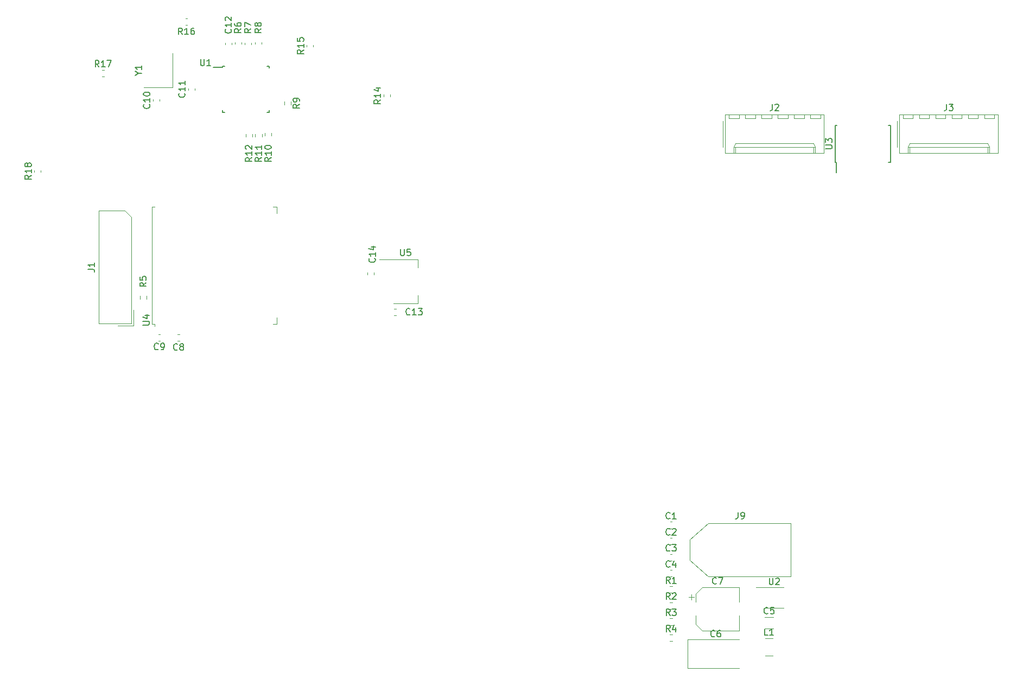
<source format=gbr>
%TF.GenerationSoftware,KiCad,Pcbnew,7.0.10-unknown-202401012134~036241c819~ubuntu22.04.1*%
%TF.CreationDate,2024-01-11T20:57:47+01:00*%
%TF.ProjectId,main_board,6d61696e-5f62-46f6-9172-642e6b696361,rev?*%
%TF.SameCoordinates,Original*%
%TF.FileFunction,Legend,Top*%
%TF.FilePolarity,Positive*%
%FSLAX46Y46*%
G04 Gerber Fmt 4.6, Leading zero omitted, Abs format (unit mm)*
G04 Created by KiCad (PCBNEW 7.0.10-unknown-202401012134~036241c819~ubuntu22.04.1) date 2024-01-11 20:57:47*
%MOMM*%
%LPD*%
G01*
G04 APERTURE LIST*
%ADD10C,0.150000*%
%ADD11C,0.120000*%
G04 APERTURE END LIST*
D10*
X205678095Y-144274819D02*
X205678095Y-145084342D01*
X205678095Y-145084342D02*
X205725714Y-145179580D01*
X205725714Y-145179580D02*
X205773333Y-145227200D01*
X205773333Y-145227200D02*
X205868571Y-145274819D01*
X205868571Y-145274819D02*
X206059047Y-145274819D01*
X206059047Y-145274819D02*
X206154285Y-145227200D01*
X206154285Y-145227200D02*
X206201904Y-145179580D01*
X206201904Y-145179580D02*
X206249523Y-145084342D01*
X206249523Y-145084342D02*
X206249523Y-144274819D01*
X206678095Y-144370057D02*
X206725714Y-144322438D01*
X206725714Y-144322438D02*
X206820952Y-144274819D01*
X206820952Y-144274819D02*
X207059047Y-144274819D01*
X207059047Y-144274819D02*
X207154285Y-144322438D01*
X207154285Y-144322438D02*
X207201904Y-144370057D01*
X207201904Y-144370057D02*
X207249523Y-144465295D01*
X207249523Y-144465295D02*
X207249523Y-144560533D01*
X207249523Y-144560533D02*
X207201904Y-144703390D01*
X207201904Y-144703390D02*
X206630476Y-145274819D01*
X206630476Y-145274819D02*
X207249523Y-145274819D01*
X190173333Y-152594819D02*
X189840000Y-152118628D01*
X189601905Y-152594819D02*
X189601905Y-151594819D01*
X189601905Y-151594819D02*
X189982857Y-151594819D01*
X189982857Y-151594819D02*
X190078095Y-151642438D01*
X190078095Y-151642438D02*
X190125714Y-151690057D01*
X190125714Y-151690057D02*
X190173333Y-151785295D01*
X190173333Y-151785295D02*
X190173333Y-151928152D01*
X190173333Y-151928152D02*
X190125714Y-152023390D01*
X190125714Y-152023390D02*
X190078095Y-152071009D01*
X190078095Y-152071009D02*
X189982857Y-152118628D01*
X189982857Y-152118628D02*
X189601905Y-152118628D01*
X191030476Y-151928152D02*
X191030476Y-152594819D01*
X190792381Y-151547200D02*
X190554286Y-152261485D01*
X190554286Y-152261485D02*
X191173333Y-152261485D01*
X190173333Y-150084819D02*
X189840000Y-149608628D01*
X189601905Y-150084819D02*
X189601905Y-149084819D01*
X189601905Y-149084819D02*
X189982857Y-149084819D01*
X189982857Y-149084819D02*
X190078095Y-149132438D01*
X190078095Y-149132438D02*
X190125714Y-149180057D01*
X190125714Y-149180057D02*
X190173333Y-149275295D01*
X190173333Y-149275295D02*
X190173333Y-149418152D01*
X190173333Y-149418152D02*
X190125714Y-149513390D01*
X190125714Y-149513390D02*
X190078095Y-149561009D01*
X190078095Y-149561009D02*
X189982857Y-149608628D01*
X189982857Y-149608628D02*
X189601905Y-149608628D01*
X190506667Y-149084819D02*
X191125714Y-149084819D01*
X191125714Y-149084819D02*
X190792381Y-149465771D01*
X190792381Y-149465771D02*
X190935238Y-149465771D01*
X190935238Y-149465771D02*
X191030476Y-149513390D01*
X191030476Y-149513390D02*
X191078095Y-149561009D01*
X191078095Y-149561009D02*
X191125714Y-149656247D01*
X191125714Y-149656247D02*
X191125714Y-149894342D01*
X191125714Y-149894342D02*
X191078095Y-149989580D01*
X191078095Y-149989580D02*
X191030476Y-150037200D01*
X191030476Y-150037200D02*
X190935238Y-150084819D01*
X190935238Y-150084819D02*
X190649524Y-150084819D01*
X190649524Y-150084819D02*
X190554286Y-150037200D01*
X190554286Y-150037200D02*
X190506667Y-149989580D01*
X190173333Y-147574819D02*
X189840000Y-147098628D01*
X189601905Y-147574819D02*
X189601905Y-146574819D01*
X189601905Y-146574819D02*
X189982857Y-146574819D01*
X189982857Y-146574819D02*
X190078095Y-146622438D01*
X190078095Y-146622438D02*
X190125714Y-146670057D01*
X190125714Y-146670057D02*
X190173333Y-146765295D01*
X190173333Y-146765295D02*
X190173333Y-146908152D01*
X190173333Y-146908152D02*
X190125714Y-147003390D01*
X190125714Y-147003390D02*
X190078095Y-147051009D01*
X190078095Y-147051009D02*
X189982857Y-147098628D01*
X189982857Y-147098628D02*
X189601905Y-147098628D01*
X190554286Y-146670057D02*
X190601905Y-146622438D01*
X190601905Y-146622438D02*
X190697143Y-146574819D01*
X190697143Y-146574819D02*
X190935238Y-146574819D01*
X190935238Y-146574819D02*
X191030476Y-146622438D01*
X191030476Y-146622438D02*
X191078095Y-146670057D01*
X191078095Y-146670057D02*
X191125714Y-146765295D01*
X191125714Y-146765295D02*
X191125714Y-146860533D01*
X191125714Y-146860533D02*
X191078095Y-147003390D01*
X191078095Y-147003390D02*
X190506667Y-147574819D01*
X190506667Y-147574819D02*
X191125714Y-147574819D01*
X190173333Y-145064819D02*
X189840000Y-144588628D01*
X189601905Y-145064819D02*
X189601905Y-144064819D01*
X189601905Y-144064819D02*
X189982857Y-144064819D01*
X189982857Y-144064819D02*
X190078095Y-144112438D01*
X190078095Y-144112438D02*
X190125714Y-144160057D01*
X190125714Y-144160057D02*
X190173333Y-144255295D01*
X190173333Y-144255295D02*
X190173333Y-144398152D01*
X190173333Y-144398152D02*
X190125714Y-144493390D01*
X190125714Y-144493390D02*
X190078095Y-144541009D01*
X190078095Y-144541009D02*
X189982857Y-144588628D01*
X189982857Y-144588628D02*
X189601905Y-144588628D01*
X191125714Y-145064819D02*
X190554286Y-145064819D01*
X190840000Y-145064819D02*
X190840000Y-144064819D01*
X190840000Y-144064819D02*
X190744762Y-144207676D01*
X190744762Y-144207676D02*
X190649524Y-144302914D01*
X190649524Y-144302914D02*
X190554286Y-144350533D01*
X205433333Y-153174819D02*
X204957143Y-153174819D01*
X204957143Y-153174819D02*
X204957143Y-152174819D01*
X206290476Y-153174819D02*
X205719048Y-153174819D01*
X206004762Y-153174819D02*
X206004762Y-152174819D01*
X206004762Y-152174819D02*
X205909524Y-152317676D01*
X205909524Y-152317676D02*
X205814286Y-152412914D01*
X205814286Y-152412914D02*
X205719048Y-152460533D01*
X200786666Y-134024819D02*
X200786666Y-134739104D01*
X200786666Y-134739104D02*
X200739047Y-134881961D01*
X200739047Y-134881961D02*
X200643809Y-134977200D01*
X200643809Y-134977200D02*
X200500952Y-135024819D01*
X200500952Y-135024819D02*
X200405714Y-135024819D01*
X201310476Y-135024819D02*
X201500952Y-135024819D01*
X201500952Y-135024819D02*
X201596190Y-134977200D01*
X201596190Y-134977200D02*
X201643809Y-134929580D01*
X201643809Y-134929580D02*
X201739047Y-134786723D01*
X201739047Y-134786723D02*
X201786666Y-134596247D01*
X201786666Y-134596247D02*
X201786666Y-134215295D01*
X201786666Y-134215295D02*
X201739047Y-134120057D01*
X201739047Y-134120057D02*
X201691428Y-134072438D01*
X201691428Y-134072438D02*
X201596190Y-134024819D01*
X201596190Y-134024819D02*
X201405714Y-134024819D01*
X201405714Y-134024819D02*
X201310476Y-134072438D01*
X201310476Y-134072438D02*
X201262857Y-134120057D01*
X201262857Y-134120057D02*
X201215238Y-134215295D01*
X201215238Y-134215295D02*
X201215238Y-134453390D01*
X201215238Y-134453390D02*
X201262857Y-134548628D01*
X201262857Y-134548628D02*
X201310476Y-134596247D01*
X201310476Y-134596247D02*
X201405714Y-134643866D01*
X201405714Y-134643866D02*
X201596190Y-134643866D01*
X201596190Y-134643866D02*
X201691428Y-134596247D01*
X201691428Y-134596247D02*
X201739047Y-134548628D01*
X201739047Y-134548628D02*
X201786666Y-134453390D01*
X197403333Y-145079580D02*
X197355714Y-145127200D01*
X197355714Y-145127200D02*
X197212857Y-145174819D01*
X197212857Y-145174819D02*
X197117619Y-145174819D01*
X197117619Y-145174819D02*
X196974762Y-145127200D01*
X196974762Y-145127200D02*
X196879524Y-145031961D01*
X196879524Y-145031961D02*
X196831905Y-144936723D01*
X196831905Y-144936723D02*
X196784286Y-144746247D01*
X196784286Y-144746247D02*
X196784286Y-144603390D01*
X196784286Y-144603390D02*
X196831905Y-144412914D01*
X196831905Y-144412914D02*
X196879524Y-144317676D01*
X196879524Y-144317676D02*
X196974762Y-144222438D01*
X196974762Y-144222438D02*
X197117619Y-144174819D01*
X197117619Y-144174819D02*
X197212857Y-144174819D01*
X197212857Y-144174819D02*
X197355714Y-144222438D01*
X197355714Y-144222438D02*
X197403333Y-144270057D01*
X197736667Y-144174819D02*
X198403333Y-144174819D01*
X198403333Y-144174819D02*
X197974762Y-145174819D01*
X197148333Y-153329580D02*
X197100714Y-153377200D01*
X197100714Y-153377200D02*
X196957857Y-153424819D01*
X196957857Y-153424819D02*
X196862619Y-153424819D01*
X196862619Y-153424819D02*
X196719762Y-153377200D01*
X196719762Y-153377200D02*
X196624524Y-153281961D01*
X196624524Y-153281961D02*
X196576905Y-153186723D01*
X196576905Y-153186723D02*
X196529286Y-152996247D01*
X196529286Y-152996247D02*
X196529286Y-152853390D01*
X196529286Y-152853390D02*
X196576905Y-152662914D01*
X196576905Y-152662914D02*
X196624524Y-152567676D01*
X196624524Y-152567676D02*
X196719762Y-152472438D01*
X196719762Y-152472438D02*
X196862619Y-152424819D01*
X196862619Y-152424819D02*
X196957857Y-152424819D01*
X196957857Y-152424819D02*
X197100714Y-152472438D01*
X197100714Y-152472438D02*
X197148333Y-152520057D01*
X198005476Y-152424819D02*
X197815000Y-152424819D01*
X197815000Y-152424819D02*
X197719762Y-152472438D01*
X197719762Y-152472438D02*
X197672143Y-152520057D01*
X197672143Y-152520057D02*
X197576905Y-152662914D01*
X197576905Y-152662914D02*
X197529286Y-152853390D01*
X197529286Y-152853390D02*
X197529286Y-153234342D01*
X197529286Y-153234342D02*
X197576905Y-153329580D01*
X197576905Y-153329580D02*
X197624524Y-153377200D01*
X197624524Y-153377200D02*
X197719762Y-153424819D01*
X197719762Y-153424819D02*
X197910238Y-153424819D01*
X197910238Y-153424819D02*
X198005476Y-153377200D01*
X198005476Y-153377200D02*
X198053095Y-153329580D01*
X198053095Y-153329580D02*
X198100714Y-153234342D01*
X198100714Y-153234342D02*
X198100714Y-152996247D01*
X198100714Y-152996247D02*
X198053095Y-152901009D01*
X198053095Y-152901009D02*
X198005476Y-152853390D01*
X198005476Y-152853390D02*
X197910238Y-152805771D01*
X197910238Y-152805771D02*
X197719762Y-152805771D01*
X197719762Y-152805771D02*
X197624524Y-152853390D01*
X197624524Y-152853390D02*
X197576905Y-152901009D01*
X197576905Y-152901009D02*
X197529286Y-152996247D01*
X205453333Y-149729580D02*
X205405714Y-149777200D01*
X205405714Y-149777200D02*
X205262857Y-149824819D01*
X205262857Y-149824819D02*
X205167619Y-149824819D01*
X205167619Y-149824819D02*
X205024762Y-149777200D01*
X205024762Y-149777200D02*
X204929524Y-149681961D01*
X204929524Y-149681961D02*
X204881905Y-149586723D01*
X204881905Y-149586723D02*
X204834286Y-149396247D01*
X204834286Y-149396247D02*
X204834286Y-149253390D01*
X204834286Y-149253390D02*
X204881905Y-149062914D01*
X204881905Y-149062914D02*
X204929524Y-148967676D01*
X204929524Y-148967676D02*
X205024762Y-148872438D01*
X205024762Y-148872438D02*
X205167619Y-148824819D01*
X205167619Y-148824819D02*
X205262857Y-148824819D01*
X205262857Y-148824819D02*
X205405714Y-148872438D01*
X205405714Y-148872438D02*
X205453333Y-148920057D01*
X206358095Y-148824819D02*
X205881905Y-148824819D01*
X205881905Y-148824819D02*
X205834286Y-149301009D01*
X205834286Y-149301009D02*
X205881905Y-149253390D01*
X205881905Y-149253390D02*
X205977143Y-149205771D01*
X205977143Y-149205771D02*
X206215238Y-149205771D01*
X206215238Y-149205771D02*
X206310476Y-149253390D01*
X206310476Y-149253390D02*
X206358095Y-149301009D01*
X206358095Y-149301009D02*
X206405714Y-149396247D01*
X206405714Y-149396247D02*
X206405714Y-149634342D01*
X206405714Y-149634342D02*
X206358095Y-149729580D01*
X206358095Y-149729580D02*
X206310476Y-149777200D01*
X206310476Y-149777200D02*
X206215238Y-149824819D01*
X206215238Y-149824819D02*
X205977143Y-149824819D01*
X205977143Y-149824819D02*
X205881905Y-149777200D01*
X205881905Y-149777200D02*
X205834286Y-149729580D01*
X190173333Y-142459580D02*
X190125714Y-142507200D01*
X190125714Y-142507200D02*
X189982857Y-142554819D01*
X189982857Y-142554819D02*
X189887619Y-142554819D01*
X189887619Y-142554819D02*
X189744762Y-142507200D01*
X189744762Y-142507200D02*
X189649524Y-142411961D01*
X189649524Y-142411961D02*
X189601905Y-142316723D01*
X189601905Y-142316723D02*
X189554286Y-142126247D01*
X189554286Y-142126247D02*
X189554286Y-141983390D01*
X189554286Y-141983390D02*
X189601905Y-141792914D01*
X189601905Y-141792914D02*
X189649524Y-141697676D01*
X189649524Y-141697676D02*
X189744762Y-141602438D01*
X189744762Y-141602438D02*
X189887619Y-141554819D01*
X189887619Y-141554819D02*
X189982857Y-141554819D01*
X189982857Y-141554819D02*
X190125714Y-141602438D01*
X190125714Y-141602438D02*
X190173333Y-141650057D01*
X191030476Y-141888152D02*
X191030476Y-142554819D01*
X190792381Y-141507200D02*
X190554286Y-142221485D01*
X190554286Y-142221485D02*
X191173333Y-142221485D01*
X190173333Y-139949580D02*
X190125714Y-139997200D01*
X190125714Y-139997200D02*
X189982857Y-140044819D01*
X189982857Y-140044819D02*
X189887619Y-140044819D01*
X189887619Y-140044819D02*
X189744762Y-139997200D01*
X189744762Y-139997200D02*
X189649524Y-139901961D01*
X189649524Y-139901961D02*
X189601905Y-139806723D01*
X189601905Y-139806723D02*
X189554286Y-139616247D01*
X189554286Y-139616247D02*
X189554286Y-139473390D01*
X189554286Y-139473390D02*
X189601905Y-139282914D01*
X189601905Y-139282914D02*
X189649524Y-139187676D01*
X189649524Y-139187676D02*
X189744762Y-139092438D01*
X189744762Y-139092438D02*
X189887619Y-139044819D01*
X189887619Y-139044819D02*
X189982857Y-139044819D01*
X189982857Y-139044819D02*
X190125714Y-139092438D01*
X190125714Y-139092438D02*
X190173333Y-139140057D01*
X190506667Y-139044819D02*
X191125714Y-139044819D01*
X191125714Y-139044819D02*
X190792381Y-139425771D01*
X190792381Y-139425771D02*
X190935238Y-139425771D01*
X190935238Y-139425771D02*
X191030476Y-139473390D01*
X191030476Y-139473390D02*
X191078095Y-139521009D01*
X191078095Y-139521009D02*
X191125714Y-139616247D01*
X191125714Y-139616247D02*
X191125714Y-139854342D01*
X191125714Y-139854342D02*
X191078095Y-139949580D01*
X191078095Y-139949580D02*
X191030476Y-139997200D01*
X191030476Y-139997200D02*
X190935238Y-140044819D01*
X190935238Y-140044819D02*
X190649524Y-140044819D01*
X190649524Y-140044819D02*
X190554286Y-139997200D01*
X190554286Y-139997200D02*
X190506667Y-139949580D01*
X190173333Y-137439580D02*
X190125714Y-137487200D01*
X190125714Y-137487200D02*
X189982857Y-137534819D01*
X189982857Y-137534819D02*
X189887619Y-137534819D01*
X189887619Y-137534819D02*
X189744762Y-137487200D01*
X189744762Y-137487200D02*
X189649524Y-137391961D01*
X189649524Y-137391961D02*
X189601905Y-137296723D01*
X189601905Y-137296723D02*
X189554286Y-137106247D01*
X189554286Y-137106247D02*
X189554286Y-136963390D01*
X189554286Y-136963390D02*
X189601905Y-136772914D01*
X189601905Y-136772914D02*
X189649524Y-136677676D01*
X189649524Y-136677676D02*
X189744762Y-136582438D01*
X189744762Y-136582438D02*
X189887619Y-136534819D01*
X189887619Y-136534819D02*
X189982857Y-136534819D01*
X189982857Y-136534819D02*
X190125714Y-136582438D01*
X190125714Y-136582438D02*
X190173333Y-136630057D01*
X190554286Y-136630057D02*
X190601905Y-136582438D01*
X190601905Y-136582438D02*
X190697143Y-136534819D01*
X190697143Y-136534819D02*
X190935238Y-136534819D01*
X190935238Y-136534819D02*
X191030476Y-136582438D01*
X191030476Y-136582438D02*
X191078095Y-136630057D01*
X191078095Y-136630057D02*
X191125714Y-136725295D01*
X191125714Y-136725295D02*
X191125714Y-136820533D01*
X191125714Y-136820533D02*
X191078095Y-136963390D01*
X191078095Y-136963390D02*
X190506667Y-137534819D01*
X190506667Y-137534819D02*
X191125714Y-137534819D01*
X190173333Y-134929580D02*
X190125714Y-134977200D01*
X190125714Y-134977200D02*
X189982857Y-135024819D01*
X189982857Y-135024819D02*
X189887619Y-135024819D01*
X189887619Y-135024819D02*
X189744762Y-134977200D01*
X189744762Y-134977200D02*
X189649524Y-134881961D01*
X189649524Y-134881961D02*
X189601905Y-134786723D01*
X189601905Y-134786723D02*
X189554286Y-134596247D01*
X189554286Y-134596247D02*
X189554286Y-134453390D01*
X189554286Y-134453390D02*
X189601905Y-134262914D01*
X189601905Y-134262914D02*
X189649524Y-134167676D01*
X189649524Y-134167676D02*
X189744762Y-134072438D01*
X189744762Y-134072438D02*
X189887619Y-134024819D01*
X189887619Y-134024819D02*
X189982857Y-134024819D01*
X189982857Y-134024819D02*
X190125714Y-134072438D01*
X190125714Y-134072438D02*
X190173333Y-134120057D01*
X191125714Y-135024819D02*
X190554286Y-135024819D01*
X190840000Y-135024819D02*
X190840000Y-134024819D01*
X190840000Y-134024819D02*
X190744762Y-134167676D01*
X190744762Y-134167676D02*
X190649524Y-134262914D01*
X190649524Y-134262914D02*
X190554286Y-134310533D01*
X108454819Y-98166666D02*
X107978628Y-98499999D01*
X108454819Y-98738094D02*
X107454819Y-98738094D01*
X107454819Y-98738094D02*
X107454819Y-98357142D01*
X107454819Y-98357142D02*
X107502438Y-98261904D01*
X107502438Y-98261904D02*
X107550057Y-98214285D01*
X107550057Y-98214285D02*
X107645295Y-98166666D01*
X107645295Y-98166666D02*
X107788152Y-98166666D01*
X107788152Y-98166666D02*
X107883390Y-98214285D01*
X107883390Y-98214285D02*
X107931009Y-98261904D01*
X107931009Y-98261904D02*
X107978628Y-98357142D01*
X107978628Y-98357142D02*
X107978628Y-98738094D01*
X107454819Y-97261904D02*
X107454819Y-97738094D01*
X107454819Y-97738094D02*
X107931009Y-97785713D01*
X107931009Y-97785713D02*
X107883390Y-97738094D01*
X107883390Y-97738094D02*
X107835771Y-97642856D01*
X107835771Y-97642856D02*
X107835771Y-97404761D01*
X107835771Y-97404761D02*
X107883390Y-97309523D01*
X107883390Y-97309523D02*
X107931009Y-97261904D01*
X107931009Y-97261904D02*
X108026247Y-97214285D01*
X108026247Y-97214285D02*
X108264342Y-97214285D01*
X108264342Y-97214285D02*
X108359580Y-97261904D01*
X108359580Y-97261904D02*
X108407200Y-97309523D01*
X108407200Y-97309523D02*
X108454819Y-97404761D01*
X108454819Y-97404761D02*
X108454819Y-97642856D01*
X108454819Y-97642856D02*
X108407200Y-97738094D01*
X108407200Y-97738094D02*
X108359580Y-97785713D01*
X107954819Y-104761904D02*
X108764342Y-104761904D01*
X108764342Y-104761904D02*
X108859580Y-104714285D01*
X108859580Y-104714285D02*
X108907200Y-104666666D01*
X108907200Y-104666666D02*
X108954819Y-104571428D01*
X108954819Y-104571428D02*
X108954819Y-104380952D01*
X108954819Y-104380952D02*
X108907200Y-104285714D01*
X108907200Y-104285714D02*
X108859580Y-104238095D01*
X108859580Y-104238095D02*
X108764342Y-104190476D01*
X108764342Y-104190476D02*
X107954819Y-104190476D01*
X108288152Y-103285714D02*
X108954819Y-103285714D01*
X107907200Y-103523809D02*
X108621485Y-103761904D01*
X108621485Y-103761904D02*
X108621485Y-103142857D01*
X113333333Y-108609580D02*
X113285714Y-108657200D01*
X113285714Y-108657200D02*
X113142857Y-108704819D01*
X113142857Y-108704819D02*
X113047619Y-108704819D01*
X113047619Y-108704819D02*
X112904762Y-108657200D01*
X112904762Y-108657200D02*
X112809524Y-108561961D01*
X112809524Y-108561961D02*
X112761905Y-108466723D01*
X112761905Y-108466723D02*
X112714286Y-108276247D01*
X112714286Y-108276247D02*
X112714286Y-108133390D01*
X112714286Y-108133390D02*
X112761905Y-107942914D01*
X112761905Y-107942914D02*
X112809524Y-107847676D01*
X112809524Y-107847676D02*
X112904762Y-107752438D01*
X112904762Y-107752438D02*
X113047619Y-107704819D01*
X113047619Y-107704819D02*
X113142857Y-107704819D01*
X113142857Y-107704819D02*
X113285714Y-107752438D01*
X113285714Y-107752438D02*
X113333333Y-107800057D01*
X113904762Y-108133390D02*
X113809524Y-108085771D01*
X113809524Y-108085771D02*
X113761905Y-108038152D01*
X113761905Y-108038152D02*
X113714286Y-107942914D01*
X113714286Y-107942914D02*
X113714286Y-107895295D01*
X113714286Y-107895295D02*
X113761905Y-107800057D01*
X113761905Y-107800057D02*
X113809524Y-107752438D01*
X113809524Y-107752438D02*
X113904762Y-107704819D01*
X113904762Y-107704819D02*
X114095238Y-107704819D01*
X114095238Y-107704819D02*
X114190476Y-107752438D01*
X114190476Y-107752438D02*
X114238095Y-107800057D01*
X114238095Y-107800057D02*
X114285714Y-107895295D01*
X114285714Y-107895295D02*
X114285714Y-107942914D01*
X114285714Y-107942914D02*
X114238095Y-108038152D01*
X114238095Y-108038152D02*
X114190476Y-108085771D01*
X114190476Y-108085771D02*
X114095238Y-108133390D01*
X114095238Y-108133390D02*
X113904762Y-108133390D01*
X113904762Y-108133390D02*
X113809524Y-108181009D01*
X113809524Y-108181009D02*
X113761905Y-108228628D01*
X113761905Y-108228628D02*
X113714286Y-108323866D01*
X113714286Y-108323866D02*
X113714286Y-108514342D01*
X113714286Y-108514342D02*
X113761905Y-108609580D01*
X113761905Y-108609580D02*
X113809524Y-108657200D01*
X113809524Y-108657200D02*
X113904762Y-108704819D01*
X113904762Y-108704819D02*
X114095238Y-108704819D01*
X114095238Y-108704819D02*
X114190476Y-108657200D01*
X114190476Y-108657200D02*
X114238095Y-108609580D01*
X114238095Y-108609580D02*
X114285714Y-108514342D01*
X114285714Y-108514342D02*
X114285714Y-108323866D01*
X114285714Y-108323866D02*
X114238095Y-108228628D01*
X114238095Y-108228628D02*
X114190476Y-108181009D01*
X114190476Y-108181009D02*
X114095238Y-108133390D01*
X99404819Y-96083333D02*
X100119104Y-96083333D01*
X100119104Y-96083333D02*
X100261961Y-96130952D01*
X100261961Y-96130952D02*
X100357200Y-96226190D01*
X100357200Y-96226190D02*
X100404819Y-96369047D01*
X100404819Y-96369047D02*
X100404819Y-96464285D01*
X100404819Y-95083333D02*
X100404819Y-95654761D01*
X100404819Y-95369047D02*
X99404819Y-95369047D01*
X99404819Y-95369047D02*
X99547676Y-95464285D01*
X99547676Y-95464285D02*
X99642914Y-95559523D01*
X99642914Y-95559523D02*
X99690533Y-95654761D01*
X110333333Y-108539580D02*
X110285714Y-108587200D01*
X110285714Y-108587200D02*
X110142857Y-108634819D01*
X110142857Y-108634819D02*
X110047619Y-108634819D01*
X110047619Y-108634819D02*
X109904762Y-108587200D01*
X109904762Y-108587200D02*
X109809524Y-108491961D01*
X109809524Y-108491961D02*
X109761905Y-108396723D01*
X109761905Y-108396723D02*
X109714286Y-108206247D01*
X109714286Y-108206247D02*
X109714286Y-108063390D01*
X109714286Y-108063390D02*
X109761905Y-107872914D01*
X109761905Y-107872914D02*
X109809524Y-107777676D01*
X109809524Y-107777676D02*
X109904762Y-107682438D01*
X109904762Y-107682438D02*
X110047619Y-107634819D01*
X110047619Y-107634819D02*
X110142857Y-107634819D01*
X110142857Y-107634819D02*
X110285714Y-107682438D01*
X110285714Y-107682438D02*
X110333333Y-107730057D01*
X110809524Y-108634819D02*
X111000000Y-108634819D01*
X111000000Y-108634819D02*
X111095238Y-108587200D01*
X111095238Y-108587200D02*
X111142857Y-108539580D01*
X111142857Y-108539580D02*
X111238095Y-108396723D01*
X111238095Y-108396723D02*
X111285714Y-108206247D01*
X111285714Y-108206247D02*
X111285714Y-107825295D01*
X111285714Y-107825295D02*
X111238095Y-107730057D01*
X111238095Y-107730057D02*
X111190476Y-107682438D01*
X111190476Y-107682438D02*
X111095238Y-107634819D01*
X111095238Y-107634819D02*
X110904762Y-107634819D01*
X110904762Y-107634819D02*
X110809524Y-107682438D01*
X110809524Y-107682438D02*
X110761905Y-107730057D01*
X110761905Y-107730057D02*
X110714286Y-107825295D01*
X110714286Y-107825295D02*
X110714286Y-108063390D01*
X110714286Y-108063390D02*
X110761905Y-108158628D01*
X110761905Y-108158628D02*
X110809524Y-108206247D01*
X110809524Y-108206247D02*
X110904762Y-108253866D01*
X110904762Y-108253866D02*
X111095238Y-108253866D01*
X111095238Y-108253866D02*
X111190476Y-108206247D01*
X111190476Y-108206247D02*
X111238095Y-108158628D01*
X111238095Y-108158628D02*
X111285714Y-108063390D01*
X149607142Y-103109580D02*
X149559523Y-103157200D01*
X149559523Y-103157200D02*
X149416666Y-103204819D01*
X149416666Y-103204819D02*
X149321428Y-103204819D01*
X149321428Y-103204819D02*
X149178571Y-103157200D01*
X149178571Y-103157200D02*
X149083333Y-103061961D01*
X149083333Y-103061961D02*
X149035714Y-102966723D01*
X149035714Y-102966723D02*
X148988095Y-102776247D01*
X148988095Y-102776247D02*
X148988095Y-102633390D01*
X148988095Y-102633390D02*
X149035714Y-102442914D01*
X149035714Y-102442914D02*
X149083333Y-102347676D01*
X149083333Y-102347676D02*
X149178571Y-102252438D01*
X149178571Y-102252438D02*
X149321428Y-102204819D01*
X149321428Y-102204819D02*
X149416666Y-102204819D01*
X149416666Y-102204819D02*
X149559523Y-102252438D01*
X149559523Y-102252438D02*
X149607142Y-102300057D01*
X150559523Y-103204819D02*
X149988095Y-103204819D01*
X150273809Y-103204819D02*
X150273809Y-102204819D01*
X150273809Y-102204819D02*
X150178571Y-102347676D01*
X150178571Y-102347676D02*
X150083333Y-102442914D01*
X150083333Y-102442914D02*
X149988095Y-102490533D01*
X150892857Y-102204819D02*
X151511904Y-102204819D01*
X151511904Y-102204819D02*
X151178571Y-102585771D01*
X151178571Y-102585771D02*
X151321428Y-102585771D01*
X151321428Y-102585771D02*
X151416666Y-102633390D01*
X151416666Y-102633390D02*
X151464285Y-102681009D01*
X151464285Y-102681009D02*
X151511904Y-102776247D01*
X151511904Y-102776247D02*
X151511904Y-103014342D01*
X151511904Y-103014342D02*
X151464285Y-103109580D01*
X151464285Y-103109580D02*
X151416666Y-103157200D01*
X151416666Y-103157200D02*
X151321428Y-103204819D01*
X151321428Y-103204819D02*
X151035714Y-103204819D01*
X151035714Y-103204819D02*
X150940476Y-103157200D01*
X150940476Y-103157200D02*
X150892857Y-103109580D01*
X144109580Y-94392857D02*
X144157200Y-94440476D01*
X144157200Y-94440476D02*
X144204819Y-94583333D01*
X144204819Y-94583333D02*
X144204819Y-94678571D01*
X144204819Y-94678571D02*
X144157200Y-94821428D01*
X144157200Y-94821428D02*
X144061961Y-94916666D01*
X144061961Y-94916666D02*
X143966723Y-94964285D01*
X143966723Y-94964285D02*
X143776247Y-95011904D01*
X143776247Y-95011904D02*
X143633390Y-95011904D01*
X143633390Y-95011904D02*
X143442914Y-94964285D01*
X143442914Y-94964285D02*
X143347676Y-94916666D01*
X143347676Y-94916666D02*
X143252438Y-94821428D01*
X143252438Y-94821428D02*
X143204819Y-94678571D01*
X143204819Y-94678571D02*
X143204819Y-94583333D01*
X143204819Y-94583333D02*
X143252438Y-94440476D01*
X143252438Y-94440476D02*
X143300057Y-94392857D01*
X144204819Y-93440476D02*
X144204819Y-94011904D01*
X144204819Y-93726190D02*
X143204819Y-93726190D01*
X143204819Y-93726190D02*
X143347676Y-93821428D01*
X143347676Y-93821428D02*
X143442914Y-93916666D01*
X143442914Y-93916666D02*
X143490533Y-94011904D01*
X143538152Y-92583333D02*
X144204819Y-92583333D01*
X143157200Y-92821428D02*
X143871485Y-93059523D01*
X143871485Y-93059523D02*
X143871485Y-92440476D01*
X148138095Y-92954819D02*
X148138095Y-93764342D01*
X148138095Y-93764342D02*
X148185714Y-93859580D01*
X148185714Y-93859580D02*
X148233333Y-93907200D01*
X148233333Y-93907200D02*
X148328571Y-93954819D01*
X148328571Y-93954819D02*
X148519047Y-93954819D01*
X148519047Y-93954819D02*
X148614285Y-93907200D01*
X148614285Y-93907200D02*
X148661904Y-93859580D01*
X148661904Y-93859580D02*
X148709523Y-93764342D01*
X148709523Y-93764342D02*
X148709523Y-92954819D01*
X149661904Y-92954819D02*
X149185714Y-92954819D01*
X149185714Y-92954819D02*
X149138095Y-93431009D01*
X149138095Y-93431009D02*
X149185714Y-93383390D01*
X149185714Y-93383390D02*
X149280952Y-93335771D01*
X149280952Y-93335771D02*
X149519047Y-93335771D01*
X149519047Y-93335771D02*
X149614285Y-93383390D01*
X149614285Y-93383390D02*
X149661904Y-93431009D01*
X149661904Y-93431009D02*
X149709523Y-93526247D01*
X149709523Y-93526247D02*
X149709523Y-93764342D01*
X149709523Y-93764342D02*
X149661904Y-93859580D01*
X149661904Y-93859580D02*
X149614285Y-93907200D01*
X149614285Y-93907200D02*
X149519047Y-93954819D01*
X149519047Y-93954819D02*
X149280952Y-93954819D01*
X149280952Y-93954819D02*
X149185714Y-93907200D01*
X149185714Y-93907200D02*
X149138095Y-93859580D01*
X90524819Y-81417857D02*
X90048628Y-81751190D01*
X90524819Y-81989285D02*
X89524819Y-81989285D01*
X89524819Y-81989285D02*
X89524819Y-81608333D01*
X89524819Y-81608333D02*
X89572438Y-81513095D01*
X89572438Y-81513095D02*
X89620057Y-81465476D01*
X89620057Y-81465476D02*
X89715295Y-81417857D01*
X89715295Y-81417857D02*
X89858152Y-81417857D01*
X89858152Y-81417857D02*
X89953390Y-81465476D01*
X89953390Y-81465476D02*
X90001009Y-81513095D01*
X90001009Y-81513095D02*
X90048628Y-81608333D01*
X90048628Y-81608333D02*
X90048628Y-81989285D01*
X90524819Y-80465476D02*
X90524819Y-81036904D01*
X90524819Y-80751190D02*
X89524819Y-80751190D01*
X89524819Y-80751190D02*
X89667676Y-80846428D01*
X89667676Y-80846428D02*
X89762914Y-80941666D01*
X89762914Y-80941666D02*
X89810533Y-81036904D01*
X89953390Y-79894047D02*
X89905771Y-79989285D01*
X89905771Y-79989285D02*
X89858152Y-80036904D01*
X89858152Y-80036904D02*
X89762914Y-80084523D01*
X89762914Y-80084523D02*
X89715295Y-80084523D01*
X89715295Y-80084523D02*
X89620057Y-80036904D01*
X89620057Y-80036904D02*
X89572438Y-79989285D01*
X89572438Y-79989285D02*
X89524819Y-79894047D01*
X89524819Y-79894047D02*
X89524819Y-79703571D01*
X89524819Y-79703571D02*
X89572438Y-79608333D01*
X89572438Y-79608333D02*
X89620057Y-79560714D01*
X89620057Y-79560714D02*
X89715295Y-79513095D01*
X89715295Y-79513095D02*
X89762914Y-79513095D01*
X89762914Y-79513095D02*
X89858152Y-79560714D01*
X89858152Y-79560714D02*
X89905771Y-79608333D01*
X89905771Y-79608333D02*
X89953390Y-79703571D01*
X89953390Y-79703571D02*
X89953390Y-79894047D01*
X89953390Y-79894047D02*
X90001009Y-79989285D01*
X90001009Y-79989285D02*
X90048628Y-80036904D01*
X90048628Y-80036904D02*
X90143866Y-80084523D01*
X90143866Y-80084523D02*
X90334342Y-80084523D01*
X90334342Y-80084523D02*
X90429580Y-80036904D01*
X90429580Y-80036904D02*
X90477200Y-79989285D01*
X90477200Y-79989285D02*
X90524819Y-79894047D01*
X90524819Y-79894047D02*
X90524819Y-79703571D01*
X90524819Y-79703571D02*
X90477200Y-79608333D01*
X90477200Y-79608333D02*
X90429580Y-79560714D01*
X90429580Y-79560714D02*
X90334342Y-79513095D01*
X90334342Y-79513095D02*
X90143866Y-79513095D01*
X90143866Y-79513095D02*
X90048628Y-79560714D01*
X90048628Y-79560714D02*
X90001009Y-79608333D01*
X90001009Y-79608333D02*
X89953390Y-79703571D01*
X123254819Y-58566666D02*
X122778628Y-58899999D01*
X123254819Y-59138094D02*
X122254819Y-59138094D01*
X122254819Y-59138094D02*
X122254819Y-58757142D01*
X122254819Y-58757142D02*
X122302438Y-58661904D01*
X122302438Y-58661904D02*
X122350057Y-58614285D01*
X122350057Y-58614285D02*
X122445295Y-58566666D01*
X122445295Y-58566666D02*
X122588152Y-58566666D01*
X122588152Y-58566666D02*
X122683390Y-58614285D01*
X122683390Y-58614285D02*
X122731009Y-58661904D01*
X122731009Y-58661904D02*
X122778628Y-58757142D01*
X122778628Y-58757142D02*
X122778628Y-59138094D01*
X122254819Y-57709523D02*
X122254819Y-57899999D01*
X122254819Y-57899999D02*
X122302438Y-57995237D01*
X122302438Y-57995237D02*
X122350057Y-58042856D01*
X122350057Y-58042856D02*
X122492914Y-58138094D01*
X122492914Y-58138094D02*
X122683390Y-58185713D01*
X122683390Y-58185713D02*
X123064342Y-58185713D01*
X123064342Y-58185713D02*
X123159580Y-58138094D01*
X123159580Y-58138094D02*
X123207200Y-58090475D01*
X123207200Y-58090475D02*
X123254819Y-57995237D01*
X123254819Y-57995237D02*
X123254819Y-57804761D01*
X123254819Y-57804761D02*
X123207200Y-57709523D01*
X123207200Y-57709523D02*
X123159580Y-57661904D01*
X123159580Y-57661904D02*
X123064342Y-57614285D01*
X123064342Y-57614285D02*
X122826247Y-57614285D01*
X122826247Y-57614285D02*
X122731009Y-57661904D01*
X122731009Y-57661904D02*
X122683390Y-57709523D01*
X122683390Y-57709523D02*
X122635771Y-57804761D01*
X122635771Y-57804761D02*
X122635771Y-57995237D01*
X122635771Y-57995237D02*
X122683390Y-58090475D01*
X122683390Y-58090475D02*
X122731009Y-58138094D01*
X122731009Y-58138094D02*
X122826247Y-58185713D01*
X116938095Y-63304819D02*
X116938095Y-64114342D01*
X116938095Y-64114342D02*
X116985714Y-64209580D01*
X116985714Y-64209580D02*
X117033333Y-64257200D01*
X117033333Y-64257200D02*
X117128571Y-64304819D01*
X117128571Y-64304819D02*
X117319047Y-64304819D01*
X117319047Y-64304819D02*
X117414285Y-64257200D01*
X117414285Y-64257200D02*
X117461904Y-64209580D01*
X117461904Y-64209580D02*
X117509523Y-64114342D01*
X117509523Y-64114342D02*
X117509523Y-63304819D01*
X118509523Y-64304819D02*
X117938095Y-64304819D01*
X118223809Y-64304819D02*
X118223809Y-63304819D01*
X118223809Y-63304819D02*
X118128571Y-63447676D01*
X118128571Y-63447676D02*
X118033333Y-63542914D01*
X118033333Y-63542914D02*
X117938095Y-63590533D01*
X126454819Y-78667857D02*
X125978628Y-79001190D01*
X126454819Y-79239285D02*
X125454819Y-79239285D01*
X125454819Y-79239285D02*
X125454819Y-78858333D01*
X125454819Y-78858333D02*
X125502438Y-78763095D01*
X125502438Y-78763095D02*
X125550057Y-78715476D01*
X125550057Y-78715476D02*
X125645295Y-78667857D01*
X125645295Y-78667857D02*
X125788152Y-78667857D01*
X125788152Y-78667857D02*
X125883390Y-78715476D01*
X125883390Y-78715476D02*
X125931009Y-78763095D01*
X125931009Y-78763095D02*
X125978628Y-78858333D01*
X125978628Y-78858333D02*
X125978628Y-79239285D01*
X126454819Y-77715476D02*
X126454819Y-78286904D01*
X126454819Y-78001190D02*
X125454819Y-78001190D01*
X125454819Y-78001190D02*
X125597676Y-78096428D01*
X125597676Y-78096428D02*
X125692914Y-78191666D01*
X125692914Y-78191666D02*
X125740533Y-78286904D01*
X126454819Y-76763095D02*
X126454819Y-77334523D01*
X126454819Y-77048809D02*
X125454819Y-77048809D01*
X125454819Y-77048809D02*
X125597676Y-77144047D01*
X125597676Y-77144047D02*
X125692914Y-77239285D01*
X125692914Y-77239285D02*
X125740533Y-77334523D01*
X108929580Y-70367857D02*
X108977200Y-70415476D01*
X108977200Y-70415476D02*
X109024819Y-70558333D01*
X109024819Y-70558333D02*
X109024819Y-70653571D01*
X109024819Y-70653571D02*
X108977200Y-70796428D01*
X108977200Y-70796428D02*
X108881961Y-70891666D01*
X108881961Y-70891666D02*
X108786723Y-70939285D01*
X108786723Y-70939285D02*
X108596247Y-70986904D01*
X108596247Y-70986904D02*
X108453390Y-70986904D01*
X108453390Y-70986904D02*
X108262914Y-70939285D01*
X108262914Y-70939285D02*
X108167676Y-70891666D01*
X108167676Y-70891666D02*
X108072438Y-70796428D01*
X108072438Y-70796428D02*
X108024819Y-70653571D01*
X108024819Y-70653571D02*
X108024819Y-70558333D01*
X108024819Y-70558333D02*
X108072438Y-70415476D01*
X108072438Y-70415476D02*
X108120057Y-70367857D01*
X109024819Y-69415476D02*
X109024819Y-69986904D01*
X109024819Y-69701190D02*
X108024819Y-69701190D01*
X108024819Y-69701190D02*
X108167676Y-69796428D01*
X108167676Y-69796428D02*
X108262914Y-69891666D01*
X108262914Y-69891666D02*
X108310533Y-69986904D01*
X108024819Y-68796428D02*
X108024819Y-68701190D01*
X108024819Y-68701190D02*
X108072438Y-68605952D01*
X108072438Y-68605952D02*
X108120057Y-68558333D01*
X108120057Y-68558333D02*
X108215295Y-68510714D01*
X108215295Y-68510714D02*
X108405771Y-68463095D01*
X108405771Y-68463095D02*
X108643866Y-68463095D01*
X108643866Y-68463095D02*
X108834342Y-68510714D01*
X108834342Y-68510714D02*
X108929580Y-68558333D01*
X108929580Y-68558333D02*
X108977200Y-68605952D01*
X108977200Y-68605952D02*
X109024819Y-68701190D01*
X109024819Y-68701190D02*
X109024819Y-68796428D01*
X109024819Y-68796428D02*
X108977200Y-68891666D01*
X108977200Y-68891666D02*
X108929580Y-68939285D01*
X108929580Y-68939285D02*
X108834342Y-68986904D01*
X108834342Y-68986904D02*
X108643866Y-69034523D01*
X108643866Y-69034523D02*
X108405771Y-69034523D01*
X108405771Y-69034523D02*
X108215295Y-68986904D01*
X108215295Y-68986904D02*
X108120057Y-68939285D01*
X108120057Y-68939285D02*
X108072438Y-68891666D01*
X108072438Y-68891666D02*
X108024819Y-68796428D01*
X124804819Y-58566666D02*
X124328628Y-58899999D01*
X124804819Y-59138094D02*
X123804819Y-59138094D01*
X123804819Y-59138094D02*
X123804819Y-58757142D01*
X123804819Y-58757142D02*
X123852438Y-58661904D01*
X123852438Y-58661904D02*
X123900057Y-58614285D01*
X123900057Y-58614285D02*
X123995295Y-58566666D01*
X123995295Y-58566666D02*
X124138152Y-58566666D01*
X124138152Y-58566666D02*
X124233390Y-58614285D01*
X124233390Y-58614285D02*
X124281009Y-58661904D01*
X124281009Y-58661904D02*
X124328628Y-58757142D01*
X124328628Y-58757142D02*
X124328628Y-59138094D01*
X123804819Y-58233332D02*
X123804819Y-57566666D01*
X123804819Y-57566666D02*
X124804819Y-57995237D01*
X124954819Y-78667857D02*
X124478628Y-79001190D01*
X124954819Y-79239285D02*
X123954819Y-79239285D01*
X123954819Y-79239285D02*
X123954819Y-78858333D01*
X123954819Y-78858333D02*
X124002438Y-78763095D01*
X124002438Y-78763095D02*
X124050057Y-78715476D01*
X124050057Y-78715476D02*
X124145295Y-78667857D01*
X124145295Y-78667857D02*
X124288152Y-78667857D01*
X124288152Y-78667857D02*
X124383390Y-78715476D01*
X124383390Y-78715476D02*
X124431009Y-78763095D01*
X124431009Y-78763095D02*
X124478628Y-78858333D01*
X124478628Y-78858333D02*
X124478628Y-79239285D01*
X124954819Y-77715476D02*
X124954819Y-78286904D01*
X124954819Y-78001190D02*
X123954819Y-78001190D01*
X123954819Y-78001190D02*
X124097676Y-78096428D01*
X124097676Y-78096428D02*
X124192914Y-78191666D01*
X124192914Y-78191666D02*
X124240533Y-78286904D01*
X124050057Y-77334523D02*
X124002438Y-77286904D01*
X124002438Y-77286904D02*
X123954819Y-77191666D01*
X123954819Y-77191666D02*
X123954819Y-76953571D01*
X123954819Y-76953571D02*
X124002438Y-76858333D01*
X124002438Y-76858333D02*
X124050057Y-76810714D01*
X124050057Y-76810714D02*
X124145295Y-76763095D01*
X124145295Y-76763095D02*
X124240533Y-76763095D01*
X124240533Y-76763095D02*
X124383390Y-76810714D01*
X124383390Y-76810714D02*
X124954819Y-77382142D01*
X124954819Y-77382142D02*
X124954819Y-76763095D01*
X121659580Y-58617857D02*
X121707200Y-58665476D01*
X121707200Y-58665476D02*
X121754819Y-58808333D01*
X121754819Y-58808333D02*
X121754819Y-58903571D01*
X121754819Y-58903571D02*
X121707200Y-59046428D01*
X121707200Y-59046428D02*
X121611961Y-59141666D01*
X121611961Y-59141666D02*
X121516723Y-59189285D01*
X121516723Y-59189285D02*
X121326247Y-59236904D01*
X121326247Y-59236904D02*
X121183390Y-59236904D01*
X121183390Y-59236904D02*
X120992914Y-59189285D01*
X120992914Y-59189285D02*
X120897676Y-59141666D01*
X120897676Y-59141666D02*
X120802438Y-59046428D01*
X120802438Y-59046428D02*
X120754819Y-58903571D01*
X120754819Y-58903571D02*
X120754819Y-58808333D01*
X120754819Y-58808333D02*
X120802438Y-58665476D01*
X120802438Y-58665476D02*
X120850057Y-58617857D01*
X121754819Y-57665476D02*
X121754819Y-58236904D01*
X121754819Y-57951190D02*
X120754819Y-57951190D01*
X120754819Y-57951190D02*
X120897676Y-58046428D01*
X120897676Y-58046428D02*
X120992914Y-58141666D01*
X120992914Y-58141666D02*
X121040533Y-58236904D01*
X120850057Y-57284523D02*
X120802438Y-57236904D01*
X120802438Y-57236904D02*
X120754819Y-57141666D01*
X120754819Y-57141666D02*
X120754819Y-56903571D01*
X120754819Y-56903571D02*
X120802438Y-56808333D01*
X120802438Y-56808333D02*
X120850057Y-56760714D01*
X120850057Y-56760714D02*
X120945295Y-56713095D01*
X120945295Y-56713095D02*
X121040533Y-56713095D01*
X121040533Y-56713095D02*
X121183390Y-56760714D01*
X121183390Y-56760714D02*
X121754819Y-57332142D01*
X121754819Y-57332142D02*
X121754819Y-56713095D01*
X101082142Y-64524819D02*
X100748809Y-64048628D01*
X100510714Y-64524819D02*
X100510714Y-63524819D01*
X100510714Y-63524819D02*
X100891666Y-63524819D01*
X100891666Y-63524819D02*
X100986904Y-63572438D01*
X100986904Y-63572438D02*
X101034523Y-63620057D01*
X101034523Y-63620057D02*
X101082142Y-63715295D01*
X101082142Y-63715295D02*
X101082142Y-63858152D01*
X101082142Y-63858152D02*
X101034523Y-63953390D01*
X101034523Y-63953390D02*
X100986904Y-64001009D01*
X100986904Y-64001009D02*
X100891666Y-64048628D01*
X100891666Y-64048628D02*
X100510714Y-64048628D01*
X102034523Y-64524819D02*
X101463095Y-64524819D01*
X101748809Y-64524819D02*
X101748809Y-63524819D01*
X101748809Y-63524819D02*
X101653571Y-63667676D01*
X101653571Y-63667676D02*
X101558333Y-63762914D01*
X101558333Y-63762914D02*
X101463095Y-63810533D01*
X102367857Y-63524819D02*
X103034523Y-63524819D01*
X103034523Y-63524819D02*
X102605952Y-64524819D01*
X127954819Y-78667857D02*
X127478628Y-79001190D01*
X127954819Y-79239285D02*
X126954819Y-79239285D01*
X126954819Y-79239285D02*
X126954819Y-78858333D01*
X126954819Y-78858333D02*
X127002438Y-78763095D01*
X127002438Y-78763095D02*
X127050057Y-78715476D01*
X127050057Y-78715476D02*
X127145295Y-78667857D01*
X127145295Y-78667857D02*
X127288152Y-78667857D01*
X127288152Y-78667857D02*
X127383390Y-78715476D01*
X127383390Y-78715476D02*
X127431009Y-78763095D01*
X127431009Y-78763095D02*
X127478628Y-78858333D01*
X127478628Y-78858333D02*
X127478628Y-79239285D01*
X127954819Y-77715476D02*
X127954819Y-78286904D01*
X127954819Y-78001190D02*
X126954819Y-78001190D01*
X126954819Y-78001190D02*
X127097676Y-78096428D01*
X127097676Y-78096428D02*
X127192914Y-78191666D01*
X127192914Y-78191666D02*
X127240533Y-78286904D01*
X126954819Y-77096428D02*
X126954819Y-77001190D01*
X126954819Y-77001190D02*
X127002438Y-76905952D01*
X127002438Y-76905952D02*
X127050057Y-76858333D01*
X127050057Y-76858333D02*
X127145295Y-76810714D01*
X127145295Y-76810714D02*
X127335771Y-76763095D01*
X127335771Y-76763095D02*
X127573866Y-76763095D01*
X127573866Y-76763095D02*
X127764342Y-76810714D01*
X127764342Y-76810714D02*
X127859580Y-76858333D01*
X127859580Y-76858333D02*
X127907200Y-76905952D01*
X127907200Y-76905952D02*
X127954819Y-77001190D01*
X127954819Y-77001190D02*
X127954819Y-77096428D01*
X127954819Y-77096428D02*
X127907200Y-77191666D01*
X127907200Y-77191666D02*
X127859580Y-77239285D01*
X127859580Y-77239285D02*
X127764342Y-77286904D01*
X127764342Y-77286904D02*
X127573866Y-77334523D01*
X127573866Y-77334523D02*
X127335771Y-77334523D01*
X127335771Y-77334523D02*
X127145295Y-77286904D01*
X127145295Y-77286904D02*
X127050057Y-77239285D01*
X127050057Y-77239285D02*
X127002438Y-77191666D01*
X127002438Y-77191666D02*
X126954819Y-77096428D01*
X107278628Y-65526190D02*
X107754819Y-65526190D01*
X106754819Y-65859523D02*
X107278628Y-65526190D01*
X107278628Y-65526190D02*
X106754819Y-65192857D01*
X107754819Y-64335714D02*
X107754819Y-64907142D01*
X107754819Y-64621428D02*
X106754819Y-64621428D01*
X106754819Y-64621428D02*
X106897676Y-64716666D01*
X106897676Y-64716666D02*
X106992914Y-64811904D01*
X106992914Y-64811904D02*
X107040533Y-64907142D01*
X114429580Y-68642857D02*
X114477200Y-68690476D01*
X114477200Y-68690476D02*
X114524819Y-68833333D01*
X114524819Y-68833333D02*
X114524819Y-68928571D01*
X114524819Y-68928571D02*
X114477200Y-69071428D01*
X114477200Y-69071428D02*
X114381961Y-69166666D01*
X114381961Y-69166666D02*
X114286723Y-69214285D01*
X114286723Y-69214285D02*
X114096247Y-69261904D01*
X114096247Y-69261904D02*
X113953390Y-69261904D01*
X113953390Y-69261904D02*
X113762914Y-69214285D01*
X113762914Y-69214285D02*
X113667676Y-69166666D01*
X113667676Y-69166666D02*
X113572438Y-69071428D01*
X113572438Y-69071428D02*
X113524819Y-68928571D01*
X113524819Y-68928571D02*
X113524819Y-68833333D01*
X113524819Y-68833333D02*
X113572438Y-68690476D01*
X113572438Y-68690476D02*
X113620057Y-68642857D01*
X114524819Y-67690476D02*
X114524819Y-68261904D01*
X114524819Y-67976190D02*
X113524819Y-67976190D01*
X113524819Y-67976190D02*
X113667676Y-68071428D01*
X113667676Y-68071428D02*
X113762914Y-68166666D01*
X113762914Y-68166666D02*
X113810533Y-68261904D01*
X114524819Y-66738095D02*
X114524819Y-67309523D01*
X114524819Y-67023809D02*
X113524819Y-67023809D01*
X113524819Y-67023809D02*
X113667676Y-67119047D01*
X113667676Y-67119047D02*
X113762914Y-67214285D01*
X113762914Y-67214285D02*
X113810533Y-67309523D01*
X126404819Y-58566666D02*
X125928628Y-58899999D01*
X126404819Y-59138094D02*
X125404819Y-59138094D01*
X125404819Y-59138094D02*
X125404819Y-58757142D01*
X125404819Y-58757142D02*
X125452438Y-58661904D01*
X125452438Y-58661904D02*
X125500057Y-58614285D01*
X125500057Y-58614285D02*
X125595295Y-58566666D01*
X125595295Y-58566666D02*
X125738152Y-58566666D01*
X125738152Y-58566666D02*
X125833390Y-58614285D01*
X125833390Y-58614285D02*
X125881009Y-58661904D01*
X125881009Y-58661904D02*
X125928628Y-58757142D01*
X125928628Y-58757142D02*
X125928628Y-59138094D01*
X125833390Y-57995237D02*
X125785771Y-58090475D01*
X125785771Y-58090475D02*
X125738152Y-58138094D01*
X125738152Y-58138094D02*
X125642914Y-58185713D01*
X125642914Y-58185713D02*
X125595295Y-58185713D01*
X125595295Y-58185713D02*
X125500057Y-58138094D01*
X125500057Y-58138094D02*
X125452438Y-58090475D01*
X125452438Y-58090475D02*
X125404819Y-57995237D01*
X125404819Y-57995237D02*
X125404819Y-57804761D01*
X125404819Y-57804761D02*
X125452438Y-57709523D01*
X125452438Y-57709523D02*
X125500057Y-57661904D01*
X125500057Y-57661904D02*
X125595295Y-57614285D01*
X125595295Y-57614285D02*
X125642914Y-57614285D01*
X125642914Y-57614285D02*
X125738152Y-57661904D01*
X125738152Y-57661904D02*
X125785771Y-57709523D01*
X125785771Y-57709523D02*
X125833390Y-57804761D01*
X125833390Y-57804761D02*
X125833390Y-57995237D01*
X125833390Y-57995237D02*
X125881009Y-58090475D01*
X125881009Y-58090475D02*
X125928628Y-58138094D01*
X125928628Y-58138094D02*
X126023866Y-58185713D01*
X126023866Y-58185713D02*
X126214342Y-58185713D01*
X126214342Y-58185713D02*
X126309580Y-58138094D01*
X126309580Y-58138094D02*
X126357200Y-58090475D01*
X126357200Y-58090475D02*
X126404819Y-57995237D01*
X126404819Y-57995237D02*
X126404819Y-57804761D01*
X126404819Y-57804761D02*
X126357200Y-57709523D01*
X126357200Y-57709523D02*
X126309580Y-57661904D01*
X126309580Y-57661904D02*
X126214342Y-57614285D01*
X126214342Y-57614285D02*
X126023866Y-57614285D01*
X126023866Y-57614285D02*
X125928628Y-57661904D01*
X125928628Y-57661904D02*
X125881009Y-57709523D01*
X125881009Y-57709523D02*
X125833390Y-57804761D01*
X132384819Y-70341666D02*
X131908628Y-70674999D01*
X132384819Y-70913094D02*
X131384819Y-70913094D01*
X131384819Y-70913094D02*
X131384819Y-70532142D01*
X131384819Y-70532142D02*
X131432438Y-70436904D01*
X131432438Y-70436904D02*
X131480057Y-70389285D01*
X131480057Y-70389285D02*
X131575295Y-70341666D01*
X131575295Y-70341666D02*
X131718152Y-70341666D01*
X131718152Y-70341666D02*
X131813390Y-70389285D01*
X131813390Y-70389285D02*
X131861009Y-70436904D01*
X131861009Y-70436904D02*
X131908628Y-70532142D01*
X131908628Y-70532142D02*
X131908628Y-70913094D01*
X132384819Y-69865475D02*
X132384819Y-69674999D01*
X132384819Y-69674999D02*
X132337200Y-69579761D01*
X132337200Y-69579761D02*
X132289580Y-69532142D01*
X132289580Y-69532142D02*
X132146723Y-69436904D01*
X132146723Y-69436904D02*
X131956247Y-69389285D01*
X131956247Y-69389285D02*
X131575295Y-69389285D01*
X131575295Y-69389285D02*
X131480057Y-69436904D01*
X131480057Y-69436904D02*
X131432438Y-69484523D01*
X131432438Y-69484523D02*
X131384819Y-69579761D01*
X131384819Y-69579761D02*
X131384819Y-69770237D01*
X131384819Y-69770237D02*
X131432438Y-69865475D01*
X131432438Y-69865475D02*
X131480057Y-69913094D01*
X131480057Y-69913094D02*
X131575295Y-69960713D01*
X131575295Y-69960713D02*
X131813390Y-69960713D01*
X131813390Y-69960713D02*
X131908628Y-69913094D01*
X131908628Y-69913094D02*
X131956247Y-69865475D01*
X131956247Y-69865475D02*
X132003866Y-69770237D01*
X132003866Y-69770237D02*
X132003866Y-69579761D01*
X132003866Y-69579761D02*
X131956247Y-69484523D01*
X131956247Y-69484523D02*
X131908628Y-69436904D01*
X131908628Y-69436904D02*
X131813390Y-69389285D01*
X114082142Y-59454819D02*
X113748809Y-58978628D01*
X113510714Y-59454819D02*
X113510714Y-58454819D01*
X113510714Y-58454819D02*
X113891666Y-58454819D01*
X113891666Y-58454819D02*
X113986904Y-58502438D01*
X113986904Y-58502438D02*
X114034523Y-58550057D01*
X114034523Y-58550057D02*
X114082142Y-58645295D01*
X114082142Y-58645295D02*
X114082142Y-58788152D01*
X114082142Y-58788152D02*
X114034523Y-58883390D01*
X114034523Y-58883390D02*
X113986904Y-58931009D01*
X113986904Y-58931009D02*
X113891666Y-58978628D01*
X113891666Y-58978628D02*
X113510714Y-58978628D01*
X115034523Y-59454819D02*
X114463095Y-59454819D01*
X114748809Y-59454819D02*
X114748809Y-58454819D01*
X114748809Y-58454819D02*
X114653571Y-58597676D01*
X114653571Y-58597676D02*
X114558333Y-58692914D01*
X114558333Y-58692914D02*
X114463095Y-58740533D01*
X115891666Y-58454819D02*
X115701190Y-58454819D01*
X115701190Y-58454819D02*
X115605952Y-58502438D01*
X115605952Y-58502438D02*
X115558333Y-58550057D01*
X115558333Y-58550057D02*
X115463095Y-58692914D01*
X115463095Y-58692914D02*
X115415476Y-58883390D01*
X115415476Y-58883390D02*
X115415476Y-59264342D01*
X115415476Y-59264342D02*
X115463095Y-59359580D01*
X115463095Y-59359580D02*
X115510714Y-59407200D01*
X115510714Y-59407200D02*
X115605952Y-59454819D01*
X115605952Y-59454819D02*
X115796428Y-59454819D01*
X115796428Y-59454819D02*
X115891666Y-59407200D01*
X115891666Y-59407200D02*
X115939285Y-59359580D01*
X115939285Y-59359580D02*
X115986904Y-59264342D01*
X115986904Y-59264342D02*
X115986904Y-59026247D01*
X115986904Y-59026247D02*
X115939285Y-58931009D01*
X115939285Y-58931009D02*
X115891666Y-58883390D01*
X115891666Y-58883390D02*
X115796428Y-58835771D01*
X115796428Y-58835771D02*
X115605952Y-58835771D01*
X115605952Y-58835771D02*
X115510714Y-58883390D01*
X115510714Y-58883390D02*
X115463095Y-58931009D01*
X115463095Y-58931009D02*
X115415476Y-59026247D01*
X133024819Y-61867857D02*
X132548628Y-62201190D01*
X133024819Y-62439285D02*
X132024819Y-62439285D01*
X132024819Y-62439285D02*
X132024819Y-62058333D01*
X132024819Y-62058333D02*
X132072438Y-61963095D01*
X132072438Y-61963095D02*
X132120057Y-61915476D01*
X132120057Y-61915476D02*
X132215295Y-61867857D01*
X132215295Y-61867857D02*
X132358152Y-61867857D01*
X132358152Y-61867857D02*
X132453390Y-61915476D01*
X132453390Y-61915476D02*
X132501009Y-61963095D01*
X132501009Y-61963095D02*
X132548628Y-62058333D01*
X132548628Y-62058333D02*
X132548628Y-62439285D01*
X133024819Y-60915476D02*
X133024819Y-61486904D01*
X133024819Y-61201190D02*
X132024819Y-61201190D01*
X132024819Y-61201190D02*
X132167676Y-61296428D01*
X132167676Y-61296428D02*
X132262914Y-61391666D01*
X132262914Y-61391666D02*
X132310533Y-61486904D01*
X132024819Y-60010714D02*
X132024819Y-60486904D01*
X132024819Y-60486904D02*
X132501009Y-60534523D01*
X132501009Y-60534523D02*
X132453390Y-60486904D01*
X132453390Y-60486904D02*
X132405771Y-60391666D01*
X132405771Y-60391666D02*
X132405771Y-60153571D01*
X132405771Y-60153571D02*
X132453390Y-60058333D01*
X132453390Y-60058333D02*
X132501009Y-60010714D01*
X132501009Y-60010714D02*
X132596247Y-59963095D01*
X132596247Y-59963095D02*
X132834342Y-59963095D01*
X132834342Y-59963095D02*
X132929580Y-60010714D01*
X132929580Y-60010714D02*
X132977200Y-60058333D01*
X132977200Y-60058333D02*
X133024819Y-60153571D01*
X133024819Y-60153571D02*
X133024819Y-60391666D01*
X133024819Y-60391666D02*
X132977200Y-60486904D01*
X132977200Y-60486904D02*
X132929580Y-60534523D01*
X145024819Y-69642857D02*
X144548628Y-69976190D01*
X145024819Y-70214285D02*
X144024819Y-70214285D01*
X144024819Y-70214285D02*
X144024819Y-69833333D01*
X144024819Y-69833333D02*
X144072438Y-69738095D01*
X144072438Y-69738095D02*
X144120057Y-69690476D01*
X144120057Y-69690476D02*
X144215295Y-69642857D01*
X144215295Y-69642857D02*
X144358152Y-69642857D01*
X144358152Y-69642857D02*
X144453390Y-69690476D01*
X144453390Y-69690476D02*
X144501009Y-69738095D01*
X144501009Y-69738095D02*
X144548628Y-69833333D01*
X144548628Y-69833333D02*
X144548628Y-70214285D01*
X145024819Y-68690476D02*
X145024819Y-69261904D01*
X145024819Y-68976190D02*
X144024819Y-68976190D01*
X144024819Y-68976190D02*
X144167676Y-69071428D01*
X144167676Y-69071428D02*
X144262914Y-69166666D01*
X144262914Y-69166666D02*
X144310533Y-69261904D01*
X144358152Y-67833333D02*
X145024819Y-67833333D01*
X143977200Y-68071428D02*
X144691485Y-68309523D01*
X144691485Y-68309523D02*
X144691485Y-67690476D01*
X206146666Y-70334819D02*
X206146666Y-71049104D01*
X206146666Y-71049104D02*
X206099047Y-71191961D01*
X206099047Y-71191961D02*
X206003809Y-71287200D01*
X206003809Y-71287200D02*
X205860952Y-71334819D01*
X205860952Y-71334819D02*
X205765714Y-71334819D01*
X206575238Y-70430057D02*
X206622857Y-70382438D01*
X206622857Y-70382438D02*
X206718095Y-70334819D01*
X206718095Y-70334819D02*
X206956190Y-70334819D01*
X206956190Y-70334819D02*
X207051428Y-70382438D01*
X207051428Y-70382438D02*
X207099047Y-70430057D01*
X207099047Y-70430057D02*
X207146666Y-70525295D01*
X207146666Y-70525295D02*
X207146666Y-70620533D01*
X207146666Y-70620533D02*
X207099047Y-70763390D01*
X207099047Y-70763390D02*
X206527619Y-71334819D01*
X206527619Y-71334819D02*
X207146666Y-71334819D01*
X233316666Y-70334819D02*
X233316666Y-71049104D01*
X233316666Y-71049104D02*
X233269047Y-71191961D01*
X233269047Y-71191961D02*
X233173809Y-71287200D01*
X233173809Y-71287200D02*
X233030952Y-71334819D01*
X233030952Y-71334819D02*
X232935714Y-71334819D01*
X233697619Y-70334819D02*
X234316666Y-70334819D01*
X234316666Y-70334819D02*
X233983333Y-70715771D01*
X233983333Y-70715771D02*
X234126190Y-70715771D01*
X234126190Y-70715771D02*
X234221428Y-70763390D01*
X234221428Y-70763390D02*
X234269047Y-70811009D01*
X234269047Y-70811009D02*
X234316666Y-70906247D01*
X234316666Y-70906247D02*
X234316666Y-71144342D01*
X234316666Y-71144342D02*
X234269047Y-71239580D01*
X234269047Y-71239580D02*
X234221428Y-71287200D01*
X234221428Y-71287200D02*
X234126190Y-71334819D01*
X234126190Y-71334819D02*
X233840476Y-71334819D01*
X233840476Y-71334819D02*
X233745238Y-71287200D01*
X233745238Y-71287200D02*
X233697619Y-71239580D01*
X214454819Y-77261904D02*
X215264342Y-77261904D01*
X215264342Y-77261904D02*
X215359580Y-77214285D01*
X215359580Y-77214285D02*
X215407200Y-77166666D01*
X215407200Y-77166666D02*
X215454819Y-77071428D01*
X215454819Y-77071428D02*
X215454819Y-76880952D01*
X215454819Y-76880952D02*
X215407200Y-76785714D01*
X215407200Y-76785714D02*
X215359580Y-76738095D01*
X215359580Y-76738095D02*
X215264342Y-76690476D01*
X215264342Y-76690476D02*
X214454819Y-76690476D01*
X214454819Y-76309523D02*
X214454819Y-75690476D01*
X214454819Y-75690476D02*
X214835771Y-76023809D01*
X214835771Y-76023809D02*
X214835771Y-75880952D01*
X214835771Y-75880952D02*
X214883390Y-75785714D01*
X214883390Y-75785714D02*
X214931009Y-75738095D01*
X214931009Y-75738095D02*
X215026247Y-75690476D01*
X215026247Y-75690476D02*
X215264342Y-75690476D01*
X215264342Y-75690476D02*
X215359580Y-75738095D01*
X215359580Y-75738095D02*
X215407200Y-75785714D01*
X215407200Y-75785714D02*
X215454819Y-75880952D01*
X215454819Y-75880952D02*
X215454819Y-76166666D01*
X215454819Y-76166666D02*
X215407200Y-76261904D01*
X215407200Y-76261904D02*
X215359580Y-76309523D01*
D11*
%TO.C,U2*%
X206440000Y-145660000D02*
X203565000Y-145660000D01*
X206440000Y-148880000D02*
X207940000Y-148880000D01*
X206440000Y-148880000D02*
X204940000Y-148880000D01*
X206440000Y-145660000D02*
X207940000Y-145660000D01*
%TO.C,R4*%
X190102742Y-154092500D02*
X190577258Y-154092500D01*
X190102742Y-153047500D02*
X190577258Y-153047500D01*
%TO.C,R3*%
X190102742Y-151582500D02*
X190577258Y-151582500D01*
X190102742Y-150537500D02*
X190577258Y-150537500D01*
%TO.C,R2*%
X190102742Y-149072500D02*
X190577258Y-149072500D01*
X190102742Y-148027500D02*
X190577258Y-148027500D01*
%TO.C,R1*%
X190102742Y-146562500D02*
X190577258Y-146562500D01*
X190102742Y-145517500D02*
X190577258Y-145517500D01*
%TO.C,L1*%
X204997936Y-156360000D02*
X206202064Y-156360000D01*
X204997936Y-153640000D02*
X206202064Y-153640000D01*
%TO.C,J9*%
X193270000Y-141420000D02*
X196120000Y-144020000D01*
X193270000Y-138270000D02*
X193270000Y-141420000D01*
X208970000Y-144020000D02*
X208970000Y-135720000D01*
X196120000Y-135720000D02*
X193270000Y-138270000D01*
X208970000Y-135720000D02*
X196120000Y-135720000D01*
X196120000Y-144020000D02*
X208970000Y-144020000D01*
%TO.C,C7*%
X194160000Y-151415563D02*
X195224437Y-152480000D01*
X193132500Y-147222500D02*
X193920000Y-147222500D01*
X200980000Y-145660000D02*
X200980000Y-148010000D01*
X193526250Y-146828750D02*
X193526250Y-147616250D01*
X194160000Y-146724437D02*
X194160000Y-148010000D01*
X195224437Y-145660000D02*
X200980000Y-145660000D01*
X200980000Y-152480000D02*
X200980000Y-150130000D01*
X195224437Y-152480000D02*
X200980000Y-152480000D01*
X194160000Y-146724437D02*
X195224437Y-145660000D01*
X194160000Y-151415563D02*
X194160000Y-150130000D01*
%TO.C,C6*%
X200965000Y-153810000D02*
X192905000Y-153810000D01*
X192905000Y-153810000D02*
X192905000Y-158330000D01*
X192905000Y-158330000D02*
X200965000Y-158330000D01*
%TO.C,C5*%
X204908748Y-150310000D02*
X206331252Y-150310000D01*
X204908748Y-152130000D02*
X206331252Y-152130000D01*
%TO.C,C4*%
X190199420Y-144040000D02*
X190480580Y-144040000D01*
X190199420Y-143020000D02*
X190480580Y-143020000D01*
%TO.C,C3*%
X190199420Y-141530000D02*
X190480580Y-141530000D01*
X190199420Y-140510000D02*
X190480580Y-140510000D01*
%TO.C,C2*%
X190199420Y-139020000D02*
X190480580Y-139020000D01*
X190199420Y-138000000D02*
X190480580Y-138000000D01*
%TO.C,C1*%
X190199420Y-136510000D02*
X190480580Y-136510000D01*
X190199420Y-135490000D02*
X190480580Y-135490000D01*
%TO.C,R5*%
X108522500Y-100262742D02*
X108522500Y-100737258D01*
X107477500Y-100262742D02*
X107477500Y-100737258D01*
%TO.C,U4*%
X109375000Y-104620000D02*
X109795000Y-104620000D01*
X109375000Y-104620000D02*
X109375000Y-86380000D01*
X109795000Y-104620000D02*
X109795000Y-105000000D01*
X128195000Y-104620000D02*
X128815000Y-104620000D01*
X128815000Y-104620000D02*
X128815000Y-103620000D01*
X109375000Y-86380000D02*
X109795000Y-86380000D01*
X128195000Y-86380000D02*
X128815000Y-86380000D01*
X128815000Y-86380000D02*
X128815000Y-87380000D01*
%TO.C,C8*%
X113359420Y-106240000D02*
X113640580Y-106240000D01*
X113359420Y-107260000D02*
X113640580Y-107260000D01*
%TO.C,J1*%
X104050000Y-104860000D02*
X106460000Y-104860000D01*
X106460000Y-104860000D02*
X106460000Y-102450000D01*
X101040000Y-104560000D02*
X106160000Y-104560000D01*
X106160000Y-104560000D02*
X106160000Y-87940000D01*
X106160000Y-87940000D02*
X105160000Y-86940000D01*
X101040000Y-86940000D02*
X101040000Y-104560000D01*
X105160000Y-86940000D02*
X101040000Y-86940000D01*
%TO.C,C9*%
X110640580Y-107260000D02*
X110359420Y-107260000D01*
X110640580Y-106240000D02*
X110359420Y-106240000D01*
%TO.C,C13*%
X147134420Y-102240000D02*
X147415580Y-102240000D01*
X147134420Y-103260000D02*
X147415580Y-103260000D01*
%TO.C,C14*%
X142990000Y-96890580D02*
X142990000Y-96609420D01*
X144010000Y-96890580D02*
X144010000Y-96609420D01*
%TO.C,U5*%
X144800000Y-94590000D02*
X150810000Y-94590000D01*
X147050000Y-101410000D02*
X150810000Y-101410000D01*
X150810000Y-94590000D02*
X150810000Y-95850000D01*
X150810000Y-101410000D02*
X150810000Y-100150000D01*
%TO.C,R18*%
X90990000Y-80915580D02*
X90990000Y-80634420D01*
X92010000Y-80915580D02*
X92010000Y-80634420D01*
%TO.C,R6*%
X123360000Y-60684420D02*
X123360000Y-60965580D01*
X122340000Y-60684420D02*
X122340000Y-60965580D01*
D10*
%TO.C,U1*%
X120375000Y-64375000D02*
X120375000Y-64600000D01*
X120375000Y-64375000D02*
X120700000Y-64375000D01*
X120375000Y-64600000D02*
X118950000Y-64600000D01*
X120375000Y-71625000D02*
X120375000Y-71300000D01*
X120375000Y-71625000D02*
X120700000Y-71625000D01*
X127625000Y-64375000D02*
X127300000Y-64375000D01*
X127625000Y-64375000D02*
X127625000Y-64700000D01*
X127625000Y-71625000D02*
X127300000Y-71625000D01*
X127625000Y-71625000D02*
X127625000Y-71300000D01*
D11*
%TO.C,R11*%
X125477500Y-75437258D02*
X125477500Y-74962742D01*
X126522500Y-75437258D02*
X126522500Y-74962742D01*
%TO.C,C10*%
X109490000Y-69865580D02*
X109490000Y-69584420D01*
X110510000Y-69865580D02*
X110510000Y-69584420D01*
%TO.C,R7*%
X124860000Y-60734420D02*
X124860000Y-61015580D01*
X123840000Y-60734420D02*
X123840000Y-61015580D01*
%TO.C,R12*%
X123977500Y-75437258D02*
X123977500Y-74962742D01*
X125022500Y-75437258D02*
X125022500Y-74962742D01*
%TO.C,C12*%
X120790000Y-61015580D02*
X120790000Y-60734420D01*
X121810000Y-61015580D02*
X121810000Y-60734420D01*
%TO.C,R17*%
X101584420Y-64990000D02*
X101865580Y-64990000D01*
X101584420Y-66010000D02*
X101865580Y-66010000D01*
%TO.C,R10*%
X126977500Y-75262258D02*
X126977500Y-74787742D01*
X128022500Y-75262258D02*
X128022500Y-74787742D01*
%TO.C,Y1*%
X108100000Y-67750000D02*
X112600000Y-67750000D01*
X112600000Y-67750000D02*
X112600000Y-62350000D01*
%TO.C,C11*%
X114990000Y-68140580D02*
X114990000Y-67859420D01*
X116010000Y-68140580D02*
X116010000Y-67859420D01*
%TO.C,R8*%
X126460000Y-60684420D02*
X126460000Y-60965580D01*
X125440000Y-60684420D02*
X125440000Y-60965580D01*
%TO.C,R9*%
X131022500Y-69937742D02*
X131022500Y-70412258D01*
X129977500Y-69937742D02*
X129977500Y-70412258D01*
%TO.C,R16*%
X114584420Y-56990000D02*
X114865580Y-56990000D01*
X114584420Y-58010000D02*
X114865580Y-58010000D01*
%TO.C,R15*%
X133490000Y-61365580D02*
X133490000Y-61084420D01*
X134510000Y-61365580D02*
X134510000Y-61084420D01*
%TO.C,R14*%
X145490000Y-69140580D02*
X145490000Y-68859420D01*
X146510000Y-69140580D02*
X146510000Y-68859420D01*
%TO.C,J2*%
X198460000Y-73000000D02*
X198460000Y-77000000D01*
X198750000Y-71970000D02*
X198750000Y-77990000D01*
X198750000Y-77990000D02*
X214210000Y-77990000D01*
X199330000Y-71970000D02*
X199330000Y-72570000D01*
X199330000Y-72570000D02*
X200930000Y-72570000D01*
X200130000Y-76990000D02*
X200380000Y-76460000D01*
X200130000Y-76990000D02*
X212830000Y-76990000D01*
X200130000Y-77990000D02*
X200130000Y-76990000D01*
X200380000Y-76460000D02*
X212580000Y-76460000D01*
X200380000Y-77990000D02*
X200380000Y-76990000D01*
X200930000Y-72570000D02*
X200930000Y-71970000D01*
X201870000Y-71970000D02*
X201870000Y-72570000D01*
X201870000Y-72570000D02*
X203470000Y-72570000D01*
X203470000Y-72570000D02*
X203470000Y-71970000D01*
X204410000Y-71970000D02*
X204410000Y-72570000D01*
X204410000Y-72570000D02*
X206010000Y-72570000D01*
X206010000Y-72570000D02*
X206010000Y-71970000D01*
X206950000Y-71970000D02*
X206950000Y-72570000D01*
X206950000Y-72570000D02*
X208550000Y-72570000D01*
X208550000Y-72570000D02*
X208550000Y-71970000D01*
X209490000Y-71970000D02*
X209490000Y-72570000D01*
X209490000Y-72570000D02*
X211090000Y-72570000D01*
X211090000Y-72570000D02*
X211090000Y-71970000D01*
X212030000Y-71970000D02*
X212030000Y-72570000D01*
X212030000Y-72570000D02*
X213630000Y-72570000D01*
X212580000Y-76460000D02*
X212830000Y-76990000D01*
X212580000Y-77990000D02*
X212580000Y-76990000D01*
X212830000Y-76990000D02*
X212830000Y-77990000D01*
X213630000Y-72570000D02*
X213630000Y-71970000D01*
X214210000Y-71970000D02*
X198750000Y-71970000D01*
X214210000Y-77990000D02*
X214210000Y-71970000D01*
%TO.C,J3*%
X225630000Y-73000000D02*
X225630000Y-77000000D01*
X225920000Y-71970000D02*
X225920000Y-77990000D01*
X225920000Y-77990000D02*
X241380000Y-77990000D01*
X226500000Y-71970000D02*
X226500000Y-72570000D01*
X226500000Y-72570000D02*
X228100000Y-72570000D01*
X227300000Y-76990000D02*
X227550000Y-76460000D01*
X227300000Y-76990000D02*
X240000000Y-76990000D01*
X227300000Y-77990000D02*
X227300000Y-76990000D01*
X227550000Y-76460000D02*
X239750000Y-76460000D01*
X227550000Y-77990000D02*
X227550000Y-76990000D01*
X228100000Y-72570000D02*
X228100000Y-71970000D01*
X229040000Y-71970000D02*
X229040000Y-72570000D01*
X229040000Y-72570000D02*
X230640000Y-72570000D01*
X230640000Y-72570000D02*
X230640000Y-71970000D01*
X231580000Y-71970000D02*
X231580000Y-72570000D01*
X231580000Y-72570000D02*
X233180000Y-72570000D01*
X233180000Y-72570000D02*
X233180000Y-71970000D01*
X234120000Y-71970000D02*
X234120000Y-72570000D01*
X234120000Y-72570000D02*
X235720000Y-72570000D01*
X235720000Y-72570000D02*
X235720000Y-71970000D01*
X236660000Y-71970000D02*
X236660000Y-72570000D01*
X236660000Y-72570000D02*
X238260000Y-72570000D01*
X238260000Y-72570000D02*
X238260000Y-71970000D01*
X239200000Y-71970000D02*
X239200000Y-72570000D01*
X239200000Y-72570000D02*
X240800000Y-72570000D01*
X239750000Y-76460000D02*
X240000000Y-76990000D01*
X239750000Y-77990000D02*
X239750000Y-76990000D01*
X240000000Y-76990000D02*
X240000000Y-77990000D01*
X240800000Y-72570000D02*
X240800000Y-71970000D01*
X241380000Y-71970000D02*
X225920000Y-71970000D01*
X241380000Y-77990000D02*
X241380000Y-71970000D01*
D10*
%TO.C,U3*%
X215925000Y-79375000D02*
X216150000Y-79375000D01*
X215925000Y-79375000D02*
X215925000Y-73625000D01*
X216150000Y-79375000D02*
X216150000Y-80975000D01*
X224575000Y-79375000D02*
X224275000Y-79375000D01*
X224575000Y-79375000D02*
X224575000Y-73625000D01*
X215925000Y-73625000D02*
X216225000Y-73625000D01*
X224575000Y-73625000D02*
X224275000Y-73625000D01*
%TD*%
M02*

</source>
